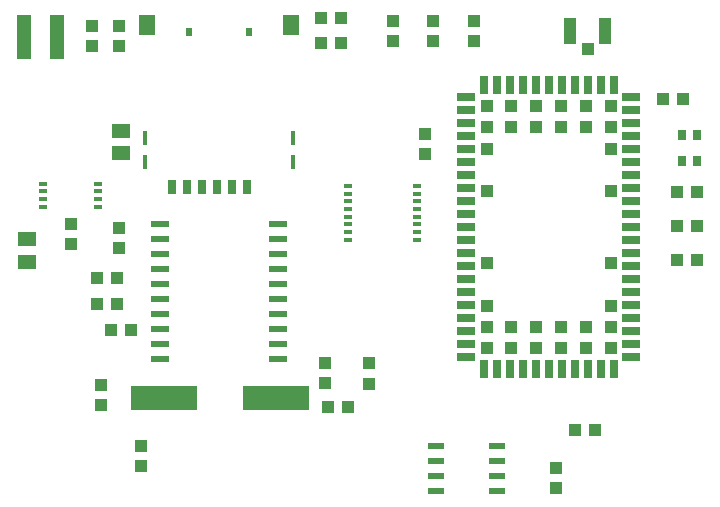
<source format=gbr>
G04 EAGLE Gerber RS-274X export*
G75*
%MOMM*%
%FSLAX34Y34*%
%LPD*%
%INSolderpaste Top*%
%IPPOS*%
%AMOC8*
5,1,8,0,0,1.08239X$1,22.5*%
G01*
%ADD10R,1.200000X3.700000*%
%ADD11R,1.000000X1.050000*%
%ADD12R,1.050000X2.200000*%
%ADD13R,1.100000X1.000000*%
%ADD14R,1.000000X1.100000*%
%ADD15R,1.500000X1.300000*%
%ADD16R,1.400000X0.600000*%
%ADD17R,0.680000X0.450000*%
%ADD18R,0.750000X1.550000*%
%ADD19R,1.550000X0.750000*%
%ADD20R,1.050000X1.050000*%
%ADD21R,0.650000X1.150000*%
%ADD22R,1.400000X1.700000*%
%ADD23R,0.540000X0.800000*%
%ADD24R,0.450000X1.300000*%
%ADD25R,0.750000X0.300000*%
%ADD26R,0.700000X0.900000*%
%ADD27R,1.500000X0.600000*%
%ADD28R,5.600000X2.100000*%


D10*
X138000Y405000D03*
X166000Y405000D03*
D11*
X615000Y394750D03*
D12*
X629750Y410000D03*
X600250Y410000D03*
D13*
X389500Y421000D03*
X406500Y421000D03*
D14*
X588300Y22700D03*
X588300Y39700D03*
D15*
X140000Y233500D03*
X140000Y214500D03*
D14*
X392700Y128800D03*
X392700Y111800D03*
D13*
X389500Y400000D03*
X406500Y400000D03*
D15*
X220000Y306500D03*
X220000Y325500D03*
D14*
X450000Y401500D03*
X450000Y418500D03*
X484000Y401500D03*
X484000Y418500D03*
X519000Y401500D03*
X519000Y418500D03*
D13*
X707500Y245000D03*
X690500Y245000D03*
X707500Y274000D03*
X690500Y274000D03*
D16*
X538300Y20600D03*
X538300Y33300D03*
X538300Y46000D03*
X538300Y58700D03*
X486300Y58700D03*
X486300Y46000D03*
X486300Y33300D03*
X486300Y20600D03*
D13*
X203000Y93500D03*
X203000Y110500D03*
D14*
X199500Y201000D03*
X216500Y201000D03*
D13*
X177500Y230000D03*
X177500Y247000D03*
X195000Y414500D03*
X195000Y397500D03*
X218000Y414500D03*
X218000Y397500D03*
X218000Y226500D03*
X218000Y243500D03*
D14*
X199500Y179000D03*
X216500Y179000D03*
D17*
X153900Y280750D03*
X153900Y274250D03*
X153900Y267750D03*
X153900Y261250D03*
X200100Y261250D03*
X200100Y267750D03*
X200100Y274250D03*
X200100Y280750D03*
D18*
X582000Y124000D03*
X593000Y124000D03*
X571000Y124000D03*
X604000Y124000D03*
X560000Y124000D03*
X615000Y124000D03*
X549000Y124000D03*
X626000Y124000D03*
X538000Y124000D03*
X637000Y124000D03*
X527000Y124000D03*
X582000Y364000D03*
X593000Y364000D03*
X604000Y364000D03*
X615000Y364000D03*
X626000Y364000D03*
X637000Y364000D03*
X571000Y364000D03*
X560000Y364000D03*
X549000Y364000D03*
X538000Y364000D03*
X527000Y364000D03*
D19*
X512000Y134000D03*
X652000Y134000D03*
X512000Y145000D03*
X512000Y156000D03*
X512000Y167000D03*
X512000Y178000D03*
X512000Y189000D03*
X512000Y200000D03*
X512000Y211000D03*
X512000Y222000D03*
X512000Y233000D03*
X512000Y244000D03*
X512000Y255000D03*
X512000Y266000D03*
X512000Y277000D03*
X512000Y288000D03*
X512000Y299000D03*
X512000Y310000D03*
X512000Y321000D03*
X512000Y332000D03*
X512000Y343000D03*
X512000Y354000D03*
X652000Y145000D03*
X652000Y156000D03*
X652000Y167000D03*
X652000Y178000D03*
X652000Y189000D03*
X652000Y200000D03*
X652000Y211000D03*
X652000Y222000D03*
X652000Y233000D03*
X652000Y244000D03*
X652000Y255000D03*
X652000Y266000D03*
X652000Y277000D03*
X652000Y288000D03*
X652000Y299000D03*
X652000Y310000D03*
X652000Y321000D03*
X652000Y332000D03*
X652000Y343000D03*
X652000Y354000D03*
D20*
X529500Y141500D03*
X550500Y141500D03*
X571500Y141500D03*
X592500Y141500D03*
X613500Y141500D03*
X634500Y141500D03*
X529500Y159500D03*
X550500Y159500D03*
X571500Y159500D03*
X592500Y159500D03*
X613500Y159500D03*
X634500Y159500D03*
X529500Y346500D03*
X550500Y346500D03*
X571500Y346500D03*
X592500Y346500D03*
X613500Y346500D03*
X634500Y346500D03*
X529500Y328500D03*
X550500Y328500D03*
X571500Y328500D03*
X592500Y328500D03*
X613500Y328500D03*
X634500Y328500D03*
X529500Y177500D03*
X634500Y177500D03*
X529500Y310500D03*
X634500Y310500D03*
X529500Y213500D03*
X634500Y213500D03*
X529500Y274500D03*
X634500Y274500D03*
D21*
X300850Y277700D03*
X313550Y277700D03*
X326250Y277700D03*
X288150Y277700D03*
X275450Y277700D03*
X262750Y277700D03*
D22*
X364100Y415000D03*
X242000Y415000D03*
D23*
X328400Y409200D03*
X277600Y409200D03*
D24*
X365700Y299400D03*
X365700Y319400D03*
X240300Y299400D03*
X240300Y319400D03*
D25*
X411750Y246250D03*
X411750Y252750D03*
X411750Y239750D03*
X411750Y259250D03*
X411750Y233250D03*
X411750Y265750D03*
X411750Y278750D03*
X411750Y272250D03*
X470250Y233250D03*
X470250Y239750D03*
X470250Y246250D03*
X470250Y252750D03*
X470250Y259250D03*
X470250Y265750D03*
X470250Y272250D03*
X470250Y278750D03*
D14*
X211500Y157000D03*
X228500Y157000D03*
X621500Y72000D03*
X604500Y72000D03*
D13*
X430000Y111500D03*
X430000Y128500D03*
D14*
X477000Y305500D03*
X477000Y322500D03*
D13*
X707500Y216000D03*
X690500Y216000D03*
D26*
X707500Y322000D03*
X694500Y322000D03*
X707500Y300000D03*
X694500Y300000D03*
D14*
X678500Y352000D03*
X695500Y352000D03*
D13*
X395500Y92000D03*
X412500Y92000D03*
D14*
X237000Y58500D03*
X237000Y41500D03*
D27*
X253000Y183000D03*
X253000Y195700D03*
X253000Y170300D03*
X253000Y208400D03*
X253000Y157600D03*
X253000Y221100D03*
X253000Y144900D03*
X253000Y233800D03*
X253000Y132200D03*
X253000Y246500D03*
X353000Y246500D03*
X353000Y233800D03*
X353000Y221100D03*
X353000Y208400D03*
X353000Y195700D03*
X353000Y183000D03*
X353000Y170300D03*
X353000Y157600D03*
X353000Y144900D03*
X353000Y132200D03*
D28*
X256500Y99000D03*
X351500Y99000D03*
M02*

</source>
